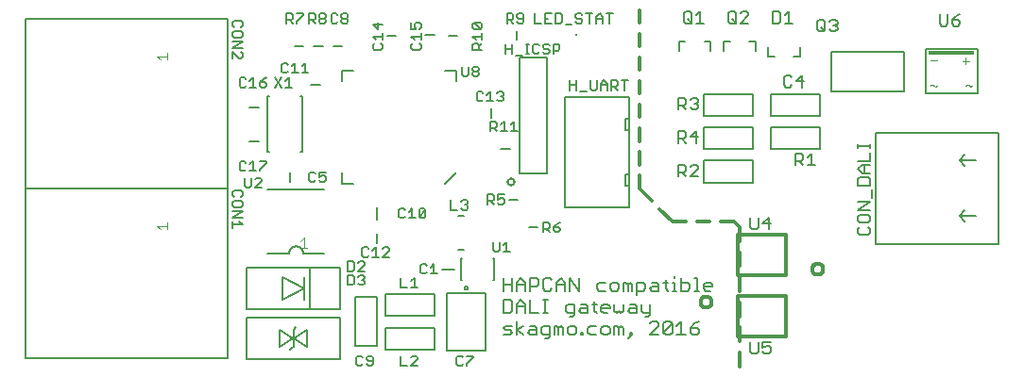
<source format=gto>
G75*
%MOIN*%
%OFA0B0*%
%FSLAX25Y25*%
%IPPOS*%
%LPD*%
%AMOC8*
5,1,8,0,0,1.08239X$1,22.5*
%
%ADD10C,0.00500*%
%ADD11C,0.01181*%
%ADD12C,0.00800*%
%ADD13C,0.00300*%
%ADD14C,0.00600*%
%ADD15C,0.00400*%
%ADD16R,0.16142X0.01181*%
%ADD17R,0.00787X0.00787*%
%ADD18C,0.00787*%
D10*
X0090917Y0029618D02*
X0090917Y0035492D01*
X0090943Y0035492D02*
X0095817Y0032555D01*
X0090943Y0029618D01*
X0094880Y0028555D02*
X0095880Y0029555D01*
X0095943Y0029618D02*
X0095943Y0032555D01*
X0100817Y0029618D01*
X0100817Y0035492D01*
X0095943Y0032555D01*
X0095943Y0035492D01*
X0095980Y0035555D02*
X0096880Y0036555D01*
X0118095Y0025829D02*
X0118668Y0026403D01*
X0119815Y0026403D01*
X0120388Y0025829D01*
X0121720Y0025829D02*
X0122293Y0026403D01*
X0123440Y0026403D01*
X0124013Y0025829D01*
X0124013Y0023536D01*
X0123440Y0022963D01*
X0122293Y0022963D01*
X0121720Y0023536D01*
X0122293Y0024683D02*
X0124013Y0024683D01*
X0122293Y0024683D02*
X0121720Y0025256D01*
X0121720Y0025829D01*
X0120388Y0023536D02*
X0119815Y0022963D01*
X0118668Y0022963D01*
X0118095Y0023536D01*
X0118095Y0025829D01*
X0133843Y0026403D02*
X0133843Y0022963D01*
X0136136Y0022963D01*
X0137468Y0022963D02*
X0139761Y0025256D01*
X0139761Y0025829D01*
X0139188Y0026403D01*
X0138041Y0026403D01*
X0137468Y0025829D01*
X0137468Y0022963D02*
X0139761Y0022963D01*
X0153528Y0023536D02*
X0154101Y0022963D01*
X0155248Y0022963D01*
X0155821Y0023536D01*
X0157153Y0023536D02*
X0157153Y0022963D01*
X0157153Y0023536D02*
X0159446Y0025829D01*
X0159446Y0026403D01*
X0157153Y0026403D01*
X0155821Y0025829D02*
X0155248Y0026403D01*
X0154101Y0026403D01*
X0153528Y0025829D01*
X0153528Y0023536D01*
X0169948Y0033986D02*
X0172259Y0033986D01*
X0173030Y0034757D01*
X0172259Y0035527D01*
X0170719Y0035527D01*
X0169948Y0036297D01*
X0170719Y0037068D01*
X0173030Y0037068D01*
X0174661Y0038608D02*
X0174661Y0033986D01*
X0174661Y0035527D02*
X0176972Y0033986D01*
X0178588Y0034757D02*
X0179359Y0035527D01*
X0181670Y0035527D01*
X0181670Y0036297D02*
X0181670Y0033986D01*
X0179359Y0033986D01*
X0178588Y0034757D01*
X0176972Y0037068D02*
X0174661Y0035527D01*
X0179359Y0037068D02*
X0180899Y0037068D01*
X0181670Y0036297D01*
X0183301Y0036297D02*
X0183301Y0034757D01*
X0184071Y0033986D01*
X0186382Y0033986D01*
X0186382Y0033216D02*
X0186382Y0037068D01*
X0184071Y0037068D01*
X0183301Y0036297D01*
X0188014Y0037068D02*
X0188014Y0033986D01*
X0189554Y0033986D02*
X0189554Y0036297D01*
X0190325Y0037068D01*
X0191095Y0036297D01*
X0191095Y0033986D01*
X0192726Y0034757D02*
X0193497Y0033986D01*
X0195037Y0033986D01*
X0195808Y0034757D01*
X0195808Y0036297D01*
X0195037Y0037068D01*
X0193497Y0037068D01*
X0192726Y0036297D01*
X0192726Y0034757D01*
X0189554Y0036297D02*
X0188784Y0037068D01*
X0188014Y0037068D01*
X0193482Y0040123D02*
X0194252Y0040123D01*
X0195022Y0040893D01*
X0195022Y0044745D01*
X0192711Y0044745D01*
X0191941Y0043974D01*
X0191941Y0042434D01*
X0192711Y0041663D01*
X0195022Y0041663D01*
X0196654Y0042434D02*
X0197424Y0043204D01*
X0199735Y0043204D01*
X0199735Y0043974D02*
X0199735Y0041663D01*
X0197424Y0041663D01*
X0196654Y0042434D01*
X0198965Y0044745D02*
X0199735Y0043974D01*
X0198965Y0044745D02*
X0197424Y0044745D01*
X0201366Y0044745D02*
X0202907Y0044745D01*
X0202137Y0045515D02*
X0202137Y0042434D01*
X0202907Y0041663D01*
X0204508Y0042434D02*
X0204508Y0043974D01*
X0205278Y0044745D01*
X0206819Y0044745D01*
X0207589Y0043974D01*
X0207589Y0043204D01*
X0204508Y0043204D01*
X0204508Y0042434D02*
X0205278Y0041663D01*
X0206819Y0041663D01*
X0209221Y0042434D02*
X0209991Y0041663D01*
X0210761Y0042434D01*
X0211532Y0041663D01*
X0212302Y0042434D01*
X0212302Y0044745D01*
X0214704Y0044745D02*
X0216244Y0044745D01*
X0217015Y0043974D01*
X0217015Y0041663D01*
X0214704Y0041663D01*
X0213933Y0042434D01*
X0214704Y0043204D01*
X0217015Y0043204D01*
X0218646Y0042434D02*
X0219416Y0041663D01*
X0221728Y0041663D01*
X0221728Y0040893D02*
X0220957Y0040123D01*
X0220187Y0040123D01*
X0221728Y0040893D02*
X0221728Y0044745D01*
X0218646Y0044745D02*
X0218646Y0042434D01*
X0222558Y0038608D02*
X0221788Y0037838D01*
X0222558Y0038608D02*
X0224099Y0038608D01*
X0224869Y0037838D01*
X0224869Y0037068D01*
X0221788Y0033986D01*
X0224869Y0033986D01*
X0226501Y0034757D02*
X0229582Y0037838D01*
X0229582Y0034757D01*
X0228812Y0033986D01*
X0227271Y0033986D01*
X0226501Y0034757D01*
X0226501Y0037838D01*
X0227271Y0038608D01*
X0228812Y0038608D01*
X0229582Y0037838D01*
X0231213Y0037068D02*
X0232754Y0038608D01*
X0232754Y0033986D01*
X0231213Y0033986D02*
X0234295Y0033986D01*
X0235926Y0034757D02*
X0235926Y0036297D01*
X0238237Y0036297D01*
X0239007Y0035527D01*
X0239007Y0034757D01*
X0238237Y0033986D01*
X0236696Y0033986D01*
X0235926Y0034757D01*
X0235926Y0036297D02*
X0237467Y0037838D01*
X0239007Y0038608D01*
X0239038Y0049341D02*
X0237497Y0049341D01*
X0238267Y0049341D02*
X0238267Y0053963D01*
X0237497Y0053963D01*
X0235866Y0051652D02*
X0235095Y0052422D01*
X0232784Y0052422D01*
X0232784Y0053963D02*
X0232784Y0049341D01*
X0235095Y0049341D01*
X0235866Y0050111D01*
X0235866Y0051652D01*
X0240639Y0051652D02*
X0240639Y0050111D01*
X0241409Y0049341D01*
X0242950Y0049341D01*
X0243720Y0050881D02*
X0240639Y0050881D01*
X0240639Y0051652D02*
X0241409Y0052422D01*
X0242950Y0052422D01*
X0243720Y0051652D01*
X0243720Y0050881D01*
X0231183Y0049341D02*
X0229642Y0049341D01*
X0230413Y0049341D02*
X0230413Y0052422D01*
X0229642Y0052422D01*
X0228041Y0052422D02*
X0226501Y0052422D01*
X0227271Y0053192D02*
X0227271Y0050111D01*
X0228041Y0049341D01*
X0224869Y0049341D02*
X0222558Y0049341D01*
X0221788Y0050111D01*
X0222558Y0050881D01*
X0224869Y0050881D01*
X0224869Y0051652D02*
X0224869Y0049341D01*
X0220157Y0050111D02*
X0219386Y0049341D01*
X0217075Y0049341D01*
X0217075Y0047800D02*
X0217075Y0052422D01*
X0219386Y0052422D01*
X0220157Y0051652D01*
X0220157Y0050111D01*
X0222558Y0052422D02*
X0224099Y0052422D01*
X0224869Y0051652D01*
X0230413Y0053963D02*
X0230413Y0054733D01*
X0215444Y0051652D02*
X0215444Y0049341D01*
X0213903Y0049341D02*
X0213903Y0051652D01*
X0214674Y0052422D01*
X0215444Y0051652D01*
X0213903Y0051652D02*
X0213133Y0052422D01*
X0212363Y0052422D01*
X0212363Y0049341D01*
X0210731Y0050111D02*
X0210731Y0051652D01*
X0209961Y0052422D01*
X0208420Y0052422D01*
X0207650Y0051652D01*
X0207650Y0050111D01*
X0208420Y0049341D01*
X0209961Y0049341D01*
X0210731Y0050111D01*
X0206019Y0049341D02*
X0203708Y0049341D01*
X0202937Y0050111D01*
X0202937Y0051652D01*
X0203708Y0052422D01*
X0206019Y0052422D01*
X0196593Y0053963D02*
X0196593Y0049341D01*
X0193512Y0053963D01*
X0193512Y0049341D01*
X0191881Y0049341D02*
X0191881Y0052422D01*
X0190340Y0053963D01*
X0188799Y0052422D01*
X0188799Y0049341D01*
X0187168Y0050111D02*
X0186398Y0049341D01*
X0184857Y0049341D01*
X0184086Y0050111D01*
X0184086Y0053192D01*
X0184857Y0053963D01*
X0186398Y0053963D01*
X0187168Y0053192D01*
X0188799Y0051652D02*
X0191881Y0051652D01*
X0182455Y0051652D02*
X0181685Y0050881D01*
X0179374Y0050881D01*
X0179374Y0049341D02*
X0179374Y0053963D01*
X0181685Y0053963D01*
X0182455Y0053192D01*
X0182455Y0051652D01*
X0177742Y0051652D02*
X0174661Y0051652D01*
X0174661Y0052422D02*
X0176202Y0053963D01*
X0177742Y0052422D01*
X0177742Y0049341D01*
X0174661Y0049341D02*
X0174661Y0052422D01*
X0173030Y0051652D02*
X0169948Y0051652D01*
X0169948Y0049341D02*
X0169948Y0053963D01*
X0173030Y0053963D02*
X0173030Y0049341D01*
X0172259Y0046285D02*
X0169948Y0046285D01*
X0169948Y0041663D01*
X0172259Y0041663D01*
X0173030Y0042434D01*
X0173030Y0045515D01*
X0172259Y0046285D01*
X0174661Y0044745D02*
X0176202Y0046285D01*
X0177742Y0044745D01*
X0177742Y0041663D01*
X0179374Y0041663D02*
X0182455Y0041663D01*
X0184086Y0041663D02*
X0185627Y0041663D01*
X0184857Y0041663D02*
X0184857Y0046285D01*
X0185627Y0046285D02*
X0184086Y0046285D01*
X0179374Y0046285D02*
X0179374Y0041663D01*
X0177742Y0043974D02*
X0174661Y0043974D01*
X0174661Y0044745D02*
X0174661Y0041663D01*
X0156346Y0050469D02*
X0156348Y0050516D01*
X0156354Y0050562D01*
X0156363Y0050608D01*
X0156377Y0050652D01*
X0156394Y0050696D01*
X0156415Y0050737D01*
X0156439Y0050777D01*
X0156466Y0050815D01*
X0156497Y0050850D01*
X0156530Y0050883D01*
X0156566Y0050913D01*
X0156605Y0050939D01*
X0156645Y0050963D01*
X0156687Y0050982D01*
X0156731Y0050999D01*
X0156776Y0051011D01*
X0156822Y0051020D01*
X0156868Y0051025D01*
X0156915Y0051026D01*
X0156961Y0051023D01*
X0157007Y0051016D01*
X0157053Y0051005D01*
X0157097Y0050991D01*
X0157140Y0050973D01*
X0157181Y0050951D01*
X0157221Y0050926D01*
X0157258Y0050898D01*
X0157293Y0050867D01*
X0157325Y0050833D01*
X0157354Y0050796D01*
X0157379Y0050758D01*
X0157402Y0050717D01*
X0157421Y0050674D01*
X0157436Y0050630D01*
X0157448Y0050585D01*
X0157456Y0050539D01*
X0157460Y0050492D01*
X0157460Y0050446D01*
X0157456Y0050399D01*
X0157448Y0050353D01*
X0157436Y0050308D01*
X0157421Y0050264D01*
X0157402Y0050221D01*
X0157379Y0050180D01*
X0157354Y0050142D01*
X0157325Y0050105D01*
X0157293Y0050071D01*
X0157258Y0050040D01*
X0157221Y0050012D01*
X0157182Y0049987D01*
X0157140Y0049965D01*
X0157097Y0049947D01*
X0157053Y0049933D01*
X0157007Y0049922D01*
X0156961Y0049915D01*
X0156915Y0049912D01*
X0156868Y0049913D01*
X0156822Y0049918D01*
X0156776Y0049927D01*
X0156731Y0049939D01*
X0156687Y0049956D01*
X0156645Y0049975D01*
X0156605Y0049999D01*
X0156566Y0050025D01*
X0156530Y0050055D01*
X0156497Y0050088D01*
X0156466Y0050123D01*
X0156439Y0050161D01*
X0156415Y0050201D01*
X0156394Y0050242D01*
X0156377Y0050286D01*
X0156363Y0050330D01*
X0156354Y0050376D01*
X0156348Y0050422D01*
X0156346Y0050469D01*
X0155328Y0053224D02*
X0154935Y0053224D01*
X0154935Y0061098D01*
X0155328Y0061098D01*
X0152572Y0057083D02*
X0148242Y0057083D01*
X0145505Y0055443D02*
X0145505Y0058883D01*
X0144358Y0057736D01*
X0143026Y0058310D02*
X0142453Y0058883D01*
X0141306Y0058883D01*
X0140733Y0058310D01*
X0140733Y0056016D01*
X0141306Y0055443D01*
X0142453Y0055443D01*
X0143026Y0056016D01*
X0144358Y0055443D02*
X0146651Y0055443D01*
X0138615Y0053962D02*
X0138615Y0050522D01*
X0139761Y0050522D02*
X0137468Y0050522D01*
X0136136Y0050522D02*
X0133843Y0050522D01*
X0133843Y0053962D01*
X0137468Y0052815D02*
X0138615Y0053962D01*
X0129763Y0061348D02*
X0127470Y0061348D01*
X0129763Y0063642D01*
X0129763Y0064215D01*
X0129190Y0064788D01*
X0128043Y0064788D01*
X0127470Y0064215D01*
X0124991Y0064788D02*
X0124991Y0061348D01*
X0123845Y0061348D02*
X0126138Y0061348D01*
X0122513Y0061922D02*
X0121939Y0061348D01*
X0120793Y0061348D01*
X0120219Y0061922D01*
X0120219Y0064215D01*
X0120793Y0064788D01*
X0121939Y0064788D01*
X0122513Y0064215D01*
X0123845Y0063642D02*
X0124991Y0064788D01*
X0125407Y0066413D02*
X0125407Y0069563D01*
X0125407Y0074681D02*
X0125407Y0079012D01*
X0133015Y0077995D02*
X0133015Y0075701D01*
X0133588Y0075128D01*
X0134735Y0075128D01*
X0135308Y0075701D01*
X0136640Y0075128D02*
X0138933Y0075128D01*
X0137786Y0075128D02*
X0137786Y0078568D01*
X0136640Y0077421D01*
X0135308Y0077995D02*
X0134735Y0078568D01*
X0133588Y0078568D01*
X0133015Y0077995D01*
X0140265Y0077995D02*
X0140265Y0075701D01*
X0142558Y0077995D01*
X0142558Y0075701D01*
X0141985Y0075128D01*
X0140838Y0075128D01*
X0140265Y0075701D01*
X0140265Y0077995D02*
X0140838Y0078568D01*
X0141985Y0078568D01*
X0142558Y0077995D01*
X0151560Y0078081D02*
X0153853Y0078081D01*
X0155185Y0078654D02*
X0155758Y0078081D01*
X0156905Y0078081D01*
X0157478Y0078654D01*
X0157478Y0079227D01*
X0156905Y0079801D01*
X0156331Y0079801D01*
X0156905Y0079801D02*
X0157478Y0080374D01*
X0157478Y0080947D01*
X0156905Y0081521D01*
X0155758Y0081521D01*
X0155185Y0080947D01*
X0151560Y0081521D02*
X0151560Y0078081D01*
X0164355Y0080049D02*
X0164355Y0083489D01*
X0166075Y0083489D01*
X0166648Y0082916D01*
X0166648Y0081769D01*
X0166075Y0081196D01*
X0164355Y0081196D01*
X0165501Y0081196D02*
X0166648Y0080049D01*
X0167980Y0080623D02*
X0168553Y0080049D01*
X0169700Y0080049D01*
X0170273Y0080623D01*
X0170273Y0081769D01*
X0169700Y0082343D01*
X0169127Y0082343D01*
X0167980Y0081769D01*
X0167980Y0083489D01*
X0170273Y0083489D01*
X0172061Y0081768D02*
X0175210Y0081768D01*
X0175880Y0091098D02*
X0175880Y0132043D01*
X0185328Y0132043D01*
X0185328Y0091098D01*
X0175880Y0091098D01*
X0172257Y0099484D02*
X0169108Y0099484D01*
X0169120Y0105837D02*
X0171413Y0105837D01*
X0170267Y0105837D02*
X0170267Y0109277D01*
X0169120Y0108130D01*
X0167788Y0108703D02*
X0167788Y0107557D01*
X0167215Y0106983D01*
X0165495Y0106983D01*
X0165495Y0105837D02*
X0165495Y0109277D01*
X0167215Y0109277D01*
X0167788Y0108703D01*
X0166642Y0106983D02*
X0167788Y0105837D01*
X0172745Y0105837D02*
X0175039Y0105837D01*
X0173892Y0105837D02*
X0173892Y0109277D01*
X0172745Y0108130D01*
X0165761Y0110705D02*
X0165761Y0113854D01*
X0165345Y0116467D02*
X0165345Y0119906D01*
X0164199Y0118760D01*
X0162867Y0119333D02*
X0162294Y0119906D01*
X0161147Y0119906D01*
X0160574Y0119333D01*
X0160574Y0117040D01*
X0161147Y0116467D01*
X0162294Y0116467D01*
X0162867Y0117040D01*
X0164199Y0116467D02*
X0166492Y0116467D01*
X0167824Y0117040D02*
X0168397Y0116467D01*
X0169544Y0116467D01*
X0170117Y0117040D01*
X0170117Y0117613D01*
X0169544Y0118187D01*
X0168971Y0118187D01*
X0169544Y0118187D02*
X0170117Y0118760D01*
X0170117Y0119333D01*
X0169544Y0119906D01*
X0168397Y0119906D01*
X0167824Y0119333D01*
X0161415Y0125898D02*
X0160842Y0125325D01*
X0159695Y0125325D01*
X0159122Y0125898D01*
X0159122Y0126471D01*
X0159695Y0127045D01*
X0160842Y0127045D01*
X0161415Y0126471D01*
X0161415Y0125898D01*
X0160842Y0127045D02*
X0161415Y0127618D01*
X0161415Y0128191D01*
X0160842Y0128765D01*
X0159695Y0128765D01*
X0159122Y0128191D01*
X0159122Y0127618D01*
X0159695Y0127045D01*
X0157790Y0125898D02*
X0157790Y0128765D01*
X0155497Y0128765D02*
X0155497Y0125898D01*
X0156070Y0125325D01*
X0157216Y0125325D01*
X0157790Y0125898D01*
X0170657Y0133278D02*
X0170657Y0136717D01*
X0170657Y0134998D02*
X0172950Y0134998D01*
X0172950Y0136717D02*
X0172950Y0133278D01*
X0174282Y0132704D02*
X0176576Y0132704D01*
X0177907Y0133278D02*
X0179054Y0133278D01*
X0178481Y0133278D02*
X0178481Y0136717D01*
X0179054Y0136717D02*
X0177907Y0136717D01*
X0180324Y0136144D02*
X0180324Y0133851D01*
X0180897Y0133278D01*
X0182044Y0133278D01*
X0182617Y0133851D01*
X0183949Y0133851D02*
X0184523Y0133278D01*
X0185669Y0133278D01*
X0186243Y0133851D01*
X0186243Y0134424D01*
X0185669Y0134998D01*
X0184523Y0134998D01*
X0183949Y0135571D01*
X0183949Y0136144D01*
X0184523Y0136717D01*
X0185669Y0136717D01*
X0186243Y0136144D01*
X0187574Y0136717D02*
X0189294Y0136717D01*
X0189868Y0136144D01*
X0189868Y0134998D01*
X0189294Y0134424D01*
X0187574Y0134424D01*
X0187574Y0133278D02*
X0187574Y0136717D01*
X0182617Y0136144D02*
X0182044Y0136717D01*
X0180897Y0136717D01*
X0180324Y0136144D01*
X0174620Y0138264D02*
X0174620Y0141413D01*
X0175443Y0144026D02*
X0176590Y0144026D01*
X0177163Y0144599D01*
X0177163Y0146892D01*
X0176590Y0147466D01*
X0175443Y0147466D01*
X0174870Y0146892D01*
X0174870Y0146319D01*
X0175443Y0145746D01*
X0177163Y0145746D01*
X0175443Y0144026D02*
X0174870Y0144599D01*
X0173538Y0144026D02*
X0172391Y0145172D01*
X0172965Y0145172D02*
X0171245Y0145172D01*
X0171245Y0144026D02*
X0171245Y0147466D01*
X0172965Y0147466D01*
X0173538Y0146892D01*
X0173538Y0145746D01*
X0172965Y0145172D01*
X0181038Y0144026D02*
X0183332Y0144026D01*
X0184664Y0144026D02*
X0186957Y0144026D01*
X0188289Y0144026D02*
X0190009Y0144026D01*
X0190582Y0144599D01*
X0190582Y0146892D01*
X0190009Y0147466D01*
X0188289Y0147466D01*
X0188289Y0144026D01*
X0185810Y0145746D02*
X0184664Y0145746D01*
X0184664Y0147466D02*
X0184664Y0144026D01*
X0181038Y0144026D02*
X0181038Y0147466D01*
X0184664Y0147466D02*
X0186957Y0147466D01*
X0191914Y0143452D02*
X0194207Y0143452D01*
X0195539Y0144599D02*
X0196112Y0144026D01*
X0197259Y0144026D01*
X0197832Y0144599D01*
X0197832Y0145172D01*
X0197259Y0145746D01*
X0196112Y0145746D01*
X0195539Y0146319D01*
X0195539Y0146892D01*
X0196112Y0147466D01*
X0197259Y0147466D01*
X0197832Y0146892D01*
X0199164Y0147466D02*
X0201457Y0147466D01*
X0200311Y0147466D02*
X0200311Y0144026D01*
X0202789Y0144026D02*
X0202789Y0146319D01*
X0203936Y0147466D01*
X0205083Y0146319D01*
X0205083Y0144026D01*
X0205083Y0145746D02*
X0202789Y0145746D01*
X0206414Y0147466D02*
X0208708Y0147466D01*
X0207561Y0147466D02*
X0207561Y0144026D01*
X0162559Y0143621D02*
X0162559Y0142474D01*
X0161985Y0141901D01*
X0159692Y0144194D01*
X0161985Y0144194D01*
X0162559Y0143621D01*
X0161985Y0141901D02*
X0159692Y0141901D01*
X0159119Y0142474D01*
X0159119Y0143621D01*
X0159692Y0144194D01*
X0162559Y0140569D02*
X0162559Y0138276D01*
X0162559Y0139423D02*
X0159119Y0139423D01*
X0160265Y0138276D01*
X0159692Y0136944D02*
X0160839Y0136944D01*
X0161412Y0136371D01*
X0161412Y0134651D01*
X0161412Y0135798D02*
X0162559Y0136944D01*
X0162559Y0134651D02*
X0159119Y0134651D01*
X0159119Y0136371D01*
X0159692Y0136944D01*
X0153832Y0139760D02*
X0150683Y0139760D01*
X0145683Y0139839D02*
X0142533Y0139839D01*
X0140905Y0139423D02*
X0137465Y0139423D01*
X0138612Y0138276D01*
X0138038Y0136944D02*
X0137465Y0136371D01*
X0137465Y0135224D01*
X0138038Y0134651D01*
X0140332Y0134651D01*
X0140905Y0135224D01*
X0140905Y0136371D01*
X0140332Y0136944D01*
X0140905Y0138276D02*
X0140905Y0140569D01*
X0140332Y0141901D02*
X0140905Y0142474D01*
X0140905Y0143621D01*
X0140332Y0144194D01*
X0139185Y0144194D01*
X0138612Y0143621D01*
X0138612Y0143048D01*
X0139185Y0141901D01*
X0137465Y0141901D01*
X0137465Y0144194D01*
X0132179Y0139760D02*
X0129029Y0139760D01*
X0127401Y0139344D02*
X0123961Y0139344D01*
X0125108Y0138197D01*
X0124535Y0136865D02*
X0123961Y0136292D01*
X0123961Y0135145D01*
X0124535Y0134572D01*
X0126828Y0134572D01*
X0127401Y0135145D01*
X0127401Y0136292D01*
X0126828Y0136865D01*
X0127401Y0138197D02*
X0127401Y0140491D01*
X0125681Y0141822D02*
X0125681Y0144116D01*
X0127401Y0143542D02*
X0123961Y0143542D01*
X0125681Y0141822D01*
X0115155Y0144599D02*
X0115155Y0145172D01*
X0114582Y0145746D01*
X0113435Y0145746D01*
X0112862Y0146319D01*
X0112862Y0146892D01*
X0113435Y0147466D01*
X0114582Y0147466D01*
X0115155Y0146892D01*
X0115155Y0146319D01*
X0114582Y0145746D01*
X0113435Y0145746D02*
X0112862Y0145172D01*
X0112862Y0144599D01*
X0113435Y0144026D01*
X0114582Y0144026D01*
X0115155Y0144599D01*
X0111530Y0144599D02*
X0110957Y0144026D01*
X0109810Y0144026D01*
X0109237Y0144599D01*
X0109237Y0146892D01*
X0109810Y0147466D01*
X0110957Y0147466D01*
X0111530Y0146892D01*
X0107281Y0146892D02*
X0107281Y0146319D01*
X0106708Y0145746D01*
X0105561Y0145746D01*
X0104988Y0146319D01*
X0104988Y0146892D01*
X0105561Y0147466D01*
X0106708Y0147466D01*
X0107281Y0146892D01*
X0106708Y0145746D02*
X0107281Y0145172D01*
X0107281Y0144599D01*
X0106708Y0144026D01*
X0105561Y0144026D01*
X0104988Y0144599D01*
X0104988Y0145172D01*
X0105561Y0145746D01*
X0103656Y0145746D02*
X0103083Y0145172D01*
X0101363Y0145172D01*
X0102509Y0145172D02*
X0103656Y0144026D01*
X0103656Y0145746D02*
X0103656Y0146892D01*
X0103083Y0147466D01*
X0101363Y0147466D01*
X0101363Y0144026D01*
X0099407Y0146892D02*
X0097114Y0144599D01*
X0097114Y0144026D01*
X0095782Y0144026D02*
X0094635Y0145172D01*
X0095209Y0145172D02*
X0093489Y0145172D01*
X0093489Y0144026D02*
X0093489Y0147466D01*
X0095209Y0147466D01*
X0095782Y0146892D01*
X0095782Y0145746D01*
X0095209Y0145172D01*
X0097114Y0147466D02*
X0099407Y0147466D01*
X0099407Y0146892D01*
X0077916Y0144297D02*
X0077916Y0143150D01*
X0077343Y0142577D01*
X0077343Y0141245D02*
X0075049Y0141245D01*
X0074476Y0140672D01*
X0074476Y0139525D01*
X0075049Y0138952D01*
X0077343Y0138952D01*
X0077916Y0139525D01*
X0077916Y0140672D01*
X0077343Y0141245D01*
X0075049Y0142577D02*
X0074476Y0143150D01*
X0074476Y0144297D01*
X0075049Y0144870D01*
X0077343Y0144870D01*
X0077916Y0144297D01*
X0077916Y0137620D02*
X0074476Y0137620D01*
X0074476Y0135327D02*
X0077916Y0137620D01*
X0077916Y0135327D02*
X0074476Y0135327D01*
X0074476Y0133995D02*
X0076769Y0131702D01*
X0077343Y0131702D01*
X0077916Y0132275D01*
X0077916Y0133422D01*
X0077343Y0133995D01*
X0074476Y0133995D02*
X0074476Y0131702D01*
X0077486Y0124828D02*
X0076912Y0124254D01*
X0076912Y0121961D01*
X0077486Y0121388D01*
X0078632Y0121388D01*
X0079206Y0121961D01*
X0080537Y0121388D02*
X0082831Y0121388D01*
X0081684Y0121388D02*
X0081684Y0124828D01*
X0080537Y0123681D01*
X0079206Y0124254D02*
X0078632Y0124828D01*
X0077486Y0124828D01*
X0084163Y0123108D02*
X0085883Y0123108D01*
X0086456Y0122534D01*
X0086456Y0121961D01*
X0085883Y0121388D01*
X0084736Y0121388D01*
X0084163Y0121961D01*
X0084163Y0123108D01*
X0085309Y0124254D01*
X0086456Y0124828D01*
X0089552Y0124828D02*
X0091845Y0121388D01*
X0093177Y0121388D02*
X0095470Y0121388D01*
X0094323Y0121388D02*
X0094323Y0124828D01*
X0093177Y0123681D01*
X0091845Y0124828D02*
X0089552Y0121388D01*
X0102179Y0122122D02*
X0105328Y0122122D01*
X0101220Y0126506D02*
X0098926Y0126506D01*
X0100073Y0126506D02*
X0100073Y0129946D01*
X0098926Y0128799D01*
X0097595Y0126506D02*
X0095301Y0126506D01*
X0096448Y0126506D02*
X0096448Y0129946D01*
X0095301Y0128799D01*
X0093969Y0129373D02*
X0093396Y0129946D01*
X0092249Y0129946D01*
X0091676Y0129373D01*
X0091676Y0127079D01*
X0092249Y0126506D01*
X0093396Y0126506D01*
X0093969Y0127079D01*
X0096273Y0135902D02*
X0099423Y0135902D01*
X0103163Y0135902D02*
X0106313Y0135902D01*
X0110053Y0135902D02*
X0113202Y0135902D01*
X0083675Y0114248D02*
X0080525Y0114248D01*
X0080525Y0102437D02*
X0083675Y0102437D01*
X0084163Y0095300D02*
X0086456Y0095300D01*
X0086456Y0094727D01*
X0084163Y0092434D01*
X0084163Y0091860D01*
X0082831Y0091860D02*
X0080537Y0091860D01*
X0081684Y0091860D02*
X0081684Y0095300D01*
X0080537Y0094154D01*
X0079206Y0094727D02*
X0078632Y0095300D01*
X0077486Y0095300D01*
X0076912Y0094727D01*
X0076912Y0092434D01*
X0077486Y0091860D01*
X0078632Y0091860D01*
X0079206Y0092434D01*
X0078725Y0089395D02*
X0078725Y0086528D01*
X0079298Y0085955D01*
X0080445Y0085955D01*
X0081018Y0086528D01*
X0081018Y0089395D01*
X0082350Y0088821D02*
X0082923Y0089395D01*
X0084070Y0089395D01*
X0084643Y0088821D01*
X0084643Y0088248D01*
X0082350Y0085955D01*
X0084643Y0085955D01*
X0077916Y0084258D02*
X0077916Y0083111D01*
X0077343Y0082538D01*
X0077343Y0081206D02*
X0075049Y0081206D01*
X0074476Y0080633D01*
X0074476Y0079486D01*
X0075049Y0078913D01*
X0077343Y0078913D01*
X0077916Y0079486D01*
X0077916Y0080633D01*
X0077343Y0081206D01*
X0075049Y0082538D02*
X0074476Y0083111D01*
X0074476Y0084258D01*
X0075049Y0084831D01*
X0077343Y0084831D01*
X0077916Y0084258D01*
X0077916Y0077581D02*
X0074476Y0077581D01*
X0074476Y0075287D02*
X0077916Y0077581D01*
X0077916Y0075287D02*
X0074476Y0075287D01*
X0074476Y0073956D02*
X0074476Y0071662D01*
X0074476Y0072809D02*
X0077916Y0072809D01*
X0076769Y0073956D01*
X0094895Y0088067D02*
X0094895Y0091217D01*
X0101363Y0090790D02*
X0101363Y0088497D01*
X0101936Y0087923D01*
X0103083Y0087923D01*
X0103656Y0088497D01*
X0104988Y0088497D02*
X0105561Y0087923D01*
X0106708Y0087923D01*
X0107281Y0088497D01*
X0107281Y0089643D01*
X0106708Y0090217D01*
X0106134Y0090217D01*
X0104988Y0089643D01*
X0104988Y0091363D01*
X0107281Y0091363D01*
X0103656Y0090790D02*
X0103083Y0091363D01*
X0101936Y0091363D01*
X0101363Y0090790D01*
X0166323Y0066757D02*
X0166323Y0063890D01*
X0166897Y0063317D01*
X0168043Y0063317D01*
X0168617Y0063890D01*
X0168617Y0066757D01*
X0169948Y0065610D02*
X0171095Y0066757D01*
X0171095Y0063317D01*
X0169948Y0063317D02*
X0172242Y0063317D01*
X0166746Y0061098D02*
X0166352Y0061098D01*
X0166746Y0061098D02*
X0166746Y0053224D01*
X0166352Y0053224D01*
X0199795Y0036297D02*
X0200566Y0037068D01*
X0202877Y0037068D01*
X0204508Y0036297D02*
X0204508Y0034757D01*
X0205278Y0033986D01*
X0206819Y0033986D01*
X0207589Y0034757D01*
X0207589Y0036297D01*
X0206819Y0037068D01*
X0205278Y0037068D01*
X0204508Y0036297D01*
X0202877Y0033986D02*
X0200566Y0033986D01*
X0199795Y0034757D01*
X0199795Y0036297D01*
X0198209Y0034757D02*
X0198209Y0033986D01*
X0197439Y0033986D01*
X0197439Y0034757D01*
X0198209Y0034757D01*
X0209221Y0033986D02*
X0209221Y0037068D01*
X0209991Y0037068D01*
X0210761Y0036297D01*
X0211532Y0037068D01*
X0212302Y0036297D01*
X0212302Y0033986D01*
X0210761Y0033986D02*
X0210761Y0036297D01*
X0214704Y0034757D02*
X0214704Y0033986D01*
X0215474Y0033986D01*
X0215474Y0034757D01*
X0214704Y0034757D01*
X0215474Y0033986D02*
X0213933Y0032446D01*
X0209221Y0042434D02*
X0209221Y0044745D01*
X0186382Y0033216D02*
X0185612Y0032446D01*
X0184842Y0032446D01*
X0121061Y0052079D02*
X0120487Y0051506D01*
X0119341Y0051506D01*
X0118767Y0052079D01*
X0117435Y0052079D02*
X0117435Y0054373D01*
X0116862Y0054946D01*
X0115142Y0054946D01*
X0115142Y0051506D01*
X0116862Y0051506D01*
X0117435Y0052079D01*
X0119914Y0053226D02*
X0120487Y0053226D01*
X0121061Y0052653D01*
X0121061Y0052079D01*
X0120487Y0053226D02*
X0121061Y0053799D01*
X0121061Y0054373D01*
X0120487Y0054946D01*
X0119341Y0054946D01*
X0118767Y0054373D01*
X0118767Y0056427D02*
X0121061Y0058720D01*
X0121061Y0059294D01*
X0120487Y0059867D01*
X0119341Y0059867D01*
X0118767Y0059294D01*
X0117435Y0059294D02*
X0116862Y0059867D01*
X0115142Y0059867D01*
X0115142Y0056427D01*
X0116862Y0056427D01*
X0117435Y0057000D01*
X0117435Y0059294D01*
X0118767Y0056427D02*
X0121061Y0056427D01*
X0099817Y0054209D02*
X0099817Y0050272D01*
X0091943Y0046335D01*
X0091943Y0054209D01*
X0099817Y0050272D01*
X0099817Y0046335D01*
X0178950Y0071925D02*
X0182100Y0071925D01*
X0184040Y0071353D02*
X0185760Y0071353D01*
X0186333Y0071927D01*
X0186333Y0073073D01*
X0185760Y0073647D01*
X0184040Y0073647D01*
X0184040Y0070207D01*
X0185186Y0071353D02*
X0186333Y0070207D01*
X0187665Y0070780D02*
X0188238Y0070207D01*
X0189385Y0070207D01*
X0189958Y0070780D01*
X0189958Y0071353D01*
X0189385Y0071927D01*
X0187665Y0071927D01*
X0187665Y0070780D01*
X0187665Y0071927D02*
X0188812Y0073073D01*
X0189958Y0073647D01*
X0197147Y0119830D02*
X0199440Y0119830D01*
X0200772Y0120977D02*
X0201345Y0120404D01*
X0202492Y0120404D01*
X0203065Y0120977D01*
X0203065Y0123843D01*
X0204397Y0122697D02*
X0205544Y0123843D01*
X0206691Y0122697D01*
X0206691Y0120404D01*
X0208022Y0120404D02*
X0208022Y0123843D01*
X0209742Y0123843D01*
X0210316Y0123270D01*
X0210316Y0122124D01*
X0209742Y0121550D01*
X0208022Y0121550D01*
X0209169Y0121550D02*
X0210316Y0120404D01*
X0212794Y0120404D02*
X0212794Y0123843D01*
X0211647Y0123843D02*
X0213941Y0123843D01*
X0206691Y0122124D02*
X0204397Y0122124D01*
X0204397Y0122697D02*
X0204397Y0120404D01*
X0200772Y0120977D02*
X0200772Y0123843D01*
X0195815Y0123843D02*
X0195815Y0120404D01*
X0195815Y0122124D02*
X0193522Y0122124D01*
X0193522Y0123843D02*
X0193522Y0120404D01*
D11*
X0217927Y0119169D02*
X0217927Y0123598D01*
X0217927Y0127535D02*
X0217927Y0131965D01*
X0217927Y0135902D02*
X0217927Y0140331D01*
X0217927Y0144268D02*
X0217927Y0148697D01*
X0217927Y0115232D02*
X0217927Y0110803D01*
X0217927Y0106866D02*
X0217927Y0102437D01*
X0217927Y0098500D02*
X0217927Y0094071D01*
X0217927Y0090134D02*
X0217927Y0085705D01*
X0222440Y0081191D01*
X0225224Y0078407D02*
X0229738Y0073894D01*
X0234331Y0073894D01*
X0238268Y0073894D02*
X0242861Y0073894D01*
X0246798Y0073894D02*
X0251391Y0073894D01*
X0253360Y0071925D01*
X0253360Y0067004D01*
X0252572Y0069169D02*
X0269895Y0069169D01*
X0269895Y0054996D01*
X0252572Y0054996D01*
X0252572Y0069169D01*
X0253360Y0063067D02*
X0253360Y0058146D01*
X0253360Y0054209D02*
X0253360Y0049287D01*
X0252572Y0047516D02*
X0269895Y0047516D01*
X0269895Y0033343D01*
X0252572Y0033343D01*
X0252572Y0047516D01*
X0253360Y0045350D02*
X0253360Y0040429D01*
X0253360Y0036492D02*
X0253360Y0031571D01*
X0253360Y0027634D02*
X0253360Y0022713D01*
X0239580Y0045429D02*
X0239582Y0045517D01*
X0239588Y0045605D01*
X0239598Y0045693D01*
X0239612Y0045781D01*
X0239629Y0045867D01*
X0239651Y0045953D01*
X0239676Y0046037D01*
X0239706Y0046121D01*
X0239738Y0046203D01*
X0239775Y0046283D01*
X0239815Y0046362D01*
X0239859Y0046439D01*
X0239906Y0046514D01*
X0239956Y0046586D01*
X0240010Y0046657D01*
X0240066Y0046724D01*
X0240126Y0046790D01*
X0240188Y0046852D01*
X0240254Y0046912D01*
X0240321Y0046968D01*
X0240392Y0047022D01*
X0240464Y0047072D01*
X0240539Y0047119D01*
X0240616Y0047163D01*
X0240695Y0047203D01*
X0240775Y0047240D01*
X0240857Y0047272D01*
X0240941Y0047302D01*
X0241025Y0047327D01*
X0241111Y0047349D01*
X0241197Y0047366D01*
X0241285Y0047380D01*
X0241373Y0047390D01*
X0241461Y0047396D01*
X0241549Y0047398D01*
X0241637Y0047396D01*
X0241725Y0047390D01*
X0241813Y0047380D01*
X0241901Y0047366D01*
X0241987Y0047349D01*
X0242073Y0047327D01*
X0242157Y0047302D01*
X0242241Y0047272D01*
X0242323Y0047240D01*
X0242403Y0047203D01*
X0242482Y0047163D01*
X0242559Y0047119D01*
X0242634Y0047072D01*
X0242706Y0047022D01*
X0242777Y0046968D01*
X0242844Y0046912D01*
X0242910Y0046852D01*
X0242972Y0046790D01*
X0243032Y0046724D01*
X0243088Y0046657D01*
X0243142Y0046586D01*
X0243192Y0046514D01*
X0243239Y0046439D01*
X0243283Y0046362D01*
X0243323Y0046283D01*
X0243360Y0046203D01*
X0243392Y0046121D01*
X0243422Y0046037D01*
X0243447Y0045953D01*
X0243469Y0045867D01*
X0243486Y0045781D01*
X0243500Y0045693D01*
X0243510Y0045605D01*
X0243516Y0045517D01*
X0243518Y0045429D01*
X0243516Y0045341D01*
X0243510Y0045253D01*
X0243500Y0045165D01*
X0243486Y0045077D01*
X0243469Y0044991D01*
X0243447Y0044905D01*
X0243422Y0044821D01*
X0243392Y0044737D01*
X0243360Y0044655D01*
X0243323Y0044575D01*
X0243283Y0044496D01*
X0243239Y0044419D01*
X0243192Y0044344D01*
X0243142Y0044272D01*
X0243088Y0044201D01*
X0243032Y0044134D01*
X0242972Y0044068D01*
X0242910Y0044006D01*
X0242844Y0043946D01*
X0242777Y0043890D01*
X0242706Y0043836D01*
X0242634Y0043786D01*
X0242559Y0043739D01*
X0242482Y0043695D01*
X0242403Y0043655D01*
X0242323Y0043618D01*
X0242241Y0043586D01*
X0242157Y0043556D01*
X0242073Y0043531D01*
X0241987Y0043509D01*
X0241901Y0043492D01*
X0241813Y0043478D01*
X0241725Y0043468D01*
X0241637Y0043462D01*
X0241549Y0043460D01*
X0241461Y0043462D01*
X0241373Y0043468D01*
X0241285Y0043478D01*
X0241197Y0043492D01*
X0241111Y0043509D01*
X0241025Y0043531D01*
X0240941Y0043556D01*
X0240857Y0043586D01*
X0240775Y0043618D01*
X0240695Y0043655D01*
X0240616Y0043695D01*
X0240539Y0043739D01*
X0240464Y0043786D01*
X0240392Y0043836D01*
X0240321Y0043890D01*
X0240254Y0043946D01*
X0240188Y0044006D01*
X0240126Y0044068D01*
X0240066Y0044134D01*
X0240010Y0044201D01*
X0239956Y0044272D01*
X0239906Y0044344D01*
X0239859Y0044419D01*
X0239815Y0044496D01*
X0239775Y0044575D01*
X0239738Y0044655D01*
X0239706Y0044737D01*
X0239676Y0044821D01*
X0239651Y0044905D01*
X0239629Y0044991D01*
X0239612Y0045077D01*
X0239598Y0045165D01*
X0239588Y0045253D01*
X0239582Y0045341D01*
X0239580Y0045429D01*
X0278950Y0057083D02*
X0278952Y0057171D01*
X0278958Y0057259D01*
X0278968Y0057347D01*
X0278982Y0057435D01*
X0278999Y0057521D01*
X0279021Y0057607D01*
X0279046Y0057691D01*
X0279076Y0057775D01*
X0279108Y0057857D01*
X0279145Y0057937D01*
X0279185Y0058016D01*
X0279229Y0058093D01*
X0279276Y0058168D01*
X0279326Y0058240D01*
X0279380Y0058311D01*
X0279436Y0058378D01*
X0279496Y0058444D01*
X0279558Y0058506D01*
X0279624Y0058566D01*
X0279691Y0058622D01*
X0279762Y0058676D01*
X0279834Y0058726D01*
X0279909Y0058773D01*
X0279986Y0058817D01*
X0280065Y0058857D01*
X0280145Y0058894D01*
X0280227Y0058926D01*
X0280311Y0058956D01*
X0280395Y0058981D01*
X0280481Y0059003D01*
X0280567Y0059020D01*
X0280655Y0059034D01*
X0280743Y0059044D01*
X0280831Y0059050D01*
X0280919Y0059052D01*
X0281007Y0059050D01*
X0281095Y0059044D01*
X0281183Y0059034D01*
X0281271Y0059020D01*
X0281357Y0059003D01*
X0281443Y0058981D01*
X0281527Y0058956D01*
X0281611Y0058926D01*
X0281693Y0058894D01*
X0281773Y0058857D01*
X0281852Y0058817D01*
X0281929Y0058773D01*
X0282004Y0058726D01*
X0282076Y0058676D01*
X0282147Y0058622D01*
X0282214Y0058566D01*
X0282280Y0058506D01*
X0282342Y0058444D01*
X0282402Y0058378D01*
X0282458Y0058311D01*
X0282512Y0058240D01*
X0282562Y0058168D01*
X0282609Y0058093D01*
X0282653Y0058016D01*
X0282693Y0057937D01*
X0282730Y0057857D01*
X0282762Y0057775D01*
X0282792Y0057691D01*
X0282817Y0057607D01*
X0282839Y0057521D01*
X0282856Y0057435D01*
X0282870Y0057347D01*
X0282880Y0057259D01*
X0282886Y0057171D01*
X0282888Y0057083D01*
X0282886Y0056995D01*
X0282880Y0056907D01*
X0282870Y0056819D01*
X0282856Y0056731D01*
X0282839Y0056645D01*
X0282817Y0056559D01*
X0282792Y0056475D01*
X0282762Y0056391D01*
X0282730Y0056309D01*
X0282693Y0056229D01*
X0282653Y0056150D01*
X0282609Y0056073D01*
X0282562Y0055998D01*
X0282512Y0055926D01*
X0282458Y0055855D01*
X0282402Y0055788D01*
X0282342Y0055722D01*
X0282280Y0055660D01*
X0282214Y0055600D01*
X0282147Y0055544D01*
X0282076Y0055490D01*
X0282004Y0055440D01*
X0281929Y0055393D01*
X0281852Y0055349D01*
X0281773Y0055309D01*
X0281693Y0055272D01*
X0281611Y0055240D01*
X0281527Y0055210D01*
X0281443Y0055185D01*
X0281357Y0055163D01*
X0281271Y0055146D01*
X0281183Y0055132D01*
X0281095Y0055122D01*
X0281007Y0055116D01*
X0280919Y0055114D01*
X0280831Y0055116D01*
X0280743Y0055122D01*
X0280655Y0055132D01*
X0280567Y0055146D01*
X0280481Y0055163D01*
X0280395Y0055185D01*
X0280311Y0055210D01*
X0280227Y0055240D01*
X0280145Y0055272D01*
X0280065Y0055309D01*
X0279986Y0055349D01*
X0279909Y0055393D01*
X0279834Y0055440D01*
X0279762Y0055490D01*
X0279691Y0055544D01*
X0279624Y0055600D01*
X0279558Y0055660D01*
X0279496Y0055722D01*
X0279436Y0055788D01*
X0279380Y0055855D01*
X0279326Y0055926D01*
X0279276Y0055998D01*
X0279229Y0056073D01*
X0279185Y0056150D01*
X0279145Y0056229D01*
X0279108Y0056309D01*
X0279076Y0056391D01*
X0279046Y0056475D01*
X0279021Y0056559D01*
X0278999Y0056645D01*
X0278982Y0056731D01*
X0278968Y0056819D01*
X0278958Y0056907D01*
X0278952Y0056995D01*
X0278950Y0057083D01*
D12*
X0001400Y0085705D02*
X0001400Y0025705D01*
X0072700Y0025705D01*
X0072700Y0085705D01*
X0072700Y0145705D01*
X0001400Y0145705D01*
X0001400Y0085705D01*
X0072700Y0085705D01*
X0001400Y0085705D01*
X0079474Y0057555D02*
X0112285Y0057555D01*
X0112285Y0042988D01*
X0079474Y0042988D01*
X0079474Y0057555D01*
X0086864Y0062644D02*
X0094364Y0062644D01*
X0094366Y0062742D01*
X0094372Y0062840D01*
X0094381Y0062938D01*
X0094395Y0063035D01*
X0094412Y0063132D01*
X0094433Y0063228D01*
X0094458Y0063323D01*
X0094486Y0063417D01*
X0094519Y0063509D01*
X0094554Y0063601D01*
X0094594Y0063691D01*
X0094636Y0063779D01*
X0094683Y0063866D01*
X0094732Y0063950D01*
X0094785Y0064033D01*
X0094841Y0064113D01*
X0094901Y0064192D01*
X0094963Y0064268D01*
X0095028Y0064341D01*
X0095096Y0064412D01*
X0095167Y0064480D01*
X0095240Y0064545D01*
X0095316Y0064607D01*
X0095395Y0064667D01*
X0095475Y0064723D01*
X0095558Y0064776D01*
X0095642Y0064825D01*
X0095729Y0064872D01*
X0095817Y0064914D01*
X0095907Y0064954D01*
X0095999Y0064989D01*
X0096091Y0065022D01*
X0096185Y0065050D01*
X0096280Y0065075D01*
X0096376Y0065096D01*
X0096473Y0065113D01*
X0096570Y0065127D01*
X0096668Y0065136D01*
X0096766Y0065142D01*
X0096864Y0065144D01*
X0096962Y0065142D01*
X0097060Y0065136D01*
X0097158Y0065127D01*
X0097255Y0065113D01*
X0097352Y0065096D01*
X0097448Y0065075D01*
X0097543Y0065050D01*
X0097637Y0065022D01*
X0097729Y0064989D01*
X0097821Y0064954D01*
X0097911Y0064914D01*
X0097999Y0064872D01*
X0098086Y0064825D01*
X0098170Y0064776D01*
X0098253Y0064723D01*
X0098333Y0064667D01*
X0098412Y0064607D01*
X0098488Y0064545D01*
X0098561Y0064480D01*
X0098632Y0064412D01*
X0098700Y0064341D01*
X0098765Y0064268D01*
X0098827Y0064192D01*
X0098887Y0064113D01*
X0098943Y0064033D01*
X0098996Y0063950D01*
X0099045Y0063866D01*
X0099092Y0063779D01*
X0099134Y0063691D01*
X0099174Y0063601D01*
X0099209Y0063509D01*
X0099242Y0063417D01*
X0099270Y0063323D01*
X0099295Y0063228D01*
X0099316Y0063132D01*
X0099333Y0063035D01*
X0099347Y0062938D01*
X0099356Y0062840D01*
X0099362Y0062742D01*
X0099364Y0062644D01*
X0106864Y0062644D01*
X0101679Y0057358D02*
X0101679Y0043185D01*
X0112285Y0039839D02*
X0079474Y0039839D01*
X0079474Y0025272D01*
X0112285Y0025272D01*
X0112285Y0039839D01*
X0128557Y0040496D02*
X0128557Y0048236D01*
X0145880Y0048236D01*
X0145880Y0040496D01*
X0128557Y0040496D01*
X0128557Y0036425D02*
X0145880Y0036425D01*
X0145880Y0028685D01*
X0128557Y0028685D01*
X0128557Y0036425D01*
X0125340Y0029799D02*
X0117600Y0029799D01*
X0117600Y0047122D01*
X0125340Y0047122D01*
X0125340Y0029799D01*
X0150171Y0028331D02*
X0163635Y0028331D01*
X0163635Y0048591D01*
X0150171Y0048591D01*
X0150171Y0028331D01*
X0106864Y0085144D02*
X0086864Y0085144D01*
X0113202Y0087280D02*
X0113202Y0091217D01*
X0113202Y0087280D02*
X0117139Y0087280D01*
X0149423Y0087280D02*
X0153360Y0091217D01*
X0153360Y0123500D02*
X0153360Y0127437D01*
X0149423Y0127437D01*
X0117139Y0127437D02*
X0113202Y0127437D01*
X0113202Y0123500D01*
X0240761Y0119102D02*
X0240761Y0111362D01*
X0258084Y0111362D01*
X0258084Y0119102D01*
X0240761Y0119102D01*
X0264383Y0119102D02*
X0264383Y0111362D01*
X0281706Y0111362D01*
X0281706Y0119102D01*
X0264383Y0119102D01*
X0285734Y0120043D02*
X0285734Y0134043D01*
X0311537Y0134043D01*
X0311537Y0120043D01*
X0285734Y0120043D01*
X0281706Y0107291D02*
X0264383Y0107291D01*
X0264383Y0099551D01*
X0281706Y0099551D01*
X0281706Y0107291D01*
X0301391Y0105390D02*
X0344698Y0105390D01*
X0344698Y0066020D01*
X0301391Y0066020D01*
X0301391Y0105390D01*
X0330919Y0095547D02*
X0332887Y0093579D01*
X0330919Y0095547D02*
X0332887Y0097516D01*
X0330919Y0095547D02*
X0336824Y0095547D01*
X0332887Y0077831D02*
X0330919Y0075862D01*
X0332887Y0073894D01*
X0330919Y0075862D02*
X0336824Y0075862D01*
X0258084Y0087740D02*
X0240761Y0087740D01*
X0240761Y0095480D01*
X0258084Y0095480D01*
X0258084Y0087740D01*
X0258084Y0099551D02*
X0240761Y0099551D01*
X0240761Y0107291D01*
X0258084Y0107291D01*
X0258084Y0099551D01*
X0318911Y0119169D02*
X0318911Y0134917D01*
X0337415Y0134917D01*
X0337415Y0119169D01*
X0318911Y0119169D01*
D13*
X0100815Y0064622D02*
X0098389Y0064622D01*
X0099602Y0064622D02*
X0099602Y0068263D01*
X0098389Y0067049D01*
X0051450Y0071172D02*
X0051450Y0073640D01*
X0051450Y0072406D02*
X0047747Y0072406D01*
X0048981Y0071172D01*
X0048981Y0131172D02*
X0047747Y0132406D01*
X0051450Y0132406D01*
X0051450Y0131172D02*
X0051450Y0133640D01*
D14*
X0232012Y0134317D02*
X0232012Y0137517D01*
X0234212Y0137517D01*
X0241012Y0137517D02*
X0243212Y0137517D01*
X0243212Y0134317D01*
X0247760Y0134317D02*
X0247760Y0137517D01*
X0249960Y0137517D01*
X0256760Y0137517D02*
X0258960Y0137517D01*
X0258960Y0134317D01*
X0263508Y0135517D02*
X0263508Y0132317D01*
X0265708Y0132317D01*
X0272508Y0132317D02*
X0274708Y0132317D01*
X0274708Y0135517D01*
X0280806Y0141811D02*
X0281494Y0141123D01*
X0282870Y0141123D01*
X0283558Y0141811D01*
X0283558Y0144563D01*
X0282870Y0145251D01*
X0281494Y0145251D01*
X0280806Y0144563D01*
X0280806Y0141811D01*
X0282182Y0142499D02*
X0283558Y0141123D01*
X0285156Y0141811D02*
X0285844Y0141123D01*
X0287220Y0141123D01*
X0287908Y0141811D01*
X0287908Y0142499D01*
X0287220Y0143187D01*
X0286532Y0143187D01*
X0287220Y0143187D02*
X0287908Y0143875D01*
X0287908Y0144563D01*
X0287220Y0145251D01*
X0285844Y0145251D01*
X0285156Y0144563D01*
X0272160Y0144076D02*
X0269408Y0144076D01*
X0270784Y0144076D02*
X0270784Y0148204D01*
X0269408Y0146828D01*
X0267810Y0147516D02*
X0267122Y0148204D01*
X0265058Y0148204D01*
X0265058Y0144076D01*
X0267122Y0144076D01*
X0267810Y0144764D01*
X0267810Y0147516D01*
X0256412Y0147516D02*
X0255724Y0148204D01*
X0254348Y0148204D01*
X0253660Y0147516D01*
X0252062Y0147516D02*
X0252062Y0144764D01*
X0251374Y0144076D01*
X0249998Y0144076D01*
X0249310Y0144764D01*
X0249310Y0147516D01*
X0249998Y0148204D01*
X0251374Y0148204D01*
X0252062Y0147516D01*
X0250686Y0145452D02*
X0252062Y0144076D01*
X0253660Y0144076D02*
X0256412Y0146828D01*
X0256412Y0147516D01*
X0256412Y0144076D02*
X0253660Y0144076D01*
X0240664Y0144076D02*
X0237912Y0144076D01*
X0239288Y0144076D02*
X0239288Y0148204D01*
X0237912Y0146828D01*
X0236314Y0147516D02*
X0236314Y0144764D01*
X0235626Y0144076D01*
X0234250Y0144076D01*
X0233562Y0144764D01*
X0233562Y0147516D01*
X0234250Y0148204D01*
X0235626Y0148204D01*
X0236314Y0147516D01*
X0234938Y0145452D02*
X0236314Y0144076D01*
X0268995Y0124878D02*
X0269683Y0125566D01*
X0271059Y0125566D01*
X0271747Y0124878D01*
X0273345Y0123502D02*
X0275409Y0125566D01*
X0275409Y0121438D01*
X0271747Y0122126D02*
X0271059Y0121438D01*
X0269683Y0121438D01*
X0268995Y0122126D01*
X0268995Y0124878D01*
X0273345Y0123502D02*
X0276097Y0123502D01*
X0238695Y0117004D02*
X0238695Y0116316D01*
X0238007Y0115628D01*
X0238695Y0114940D01*
X0238695Y0114252D01*
X0238007Y0113564D01*
X0236631Y0113564D01*
X0235943Y0114252D01*
X0234345Y0113564D02*
X0232969Y0114940D01*
X0233657Y0114940D02*
X0231593Y0114940D01*
X0231593Y0113564D02*
X0231593Y0117692D01*
X0233657Y0117692D01*
X0234345Y0117004D01*
X0234345Y0115628D01*
X0233657Y0114940D01*
X0235943Y0117004D02*
X0236631Y0117692D01*
X0238007Y0117692D01*
X0238695Y0117004D01*
X0238007Y0115628D02*
X0237319Y0115628D01*
X0238007Y0105881D02*
X0235943Y0103817D01*
X0238695Y0103817D01*
X0238007Y0101753D02*
X0238007Y0105881D01*
X0234345Y0105193D02*
X0234345Y0103817D01*
X0233657Y0103129D01*
X0231593Y0103129D01*
X0232969Y0103129D02*
X0234345Y0101753D01*
X0231593Y0101753D02*
X0231593Y0105881D01*
X0233657Y0105881D01*
X0234345Y0105193D01*
X0233657Y0094070D02*
X0234345Y0093382D01*
X0234345Y0092006D01*
X0233657Y0091318D01*
X0231593Y0091318D01*
X0232969Y0091318D02*
X0234345Y0089942D01*
X0235943Y0089942D02*
X0238695Y0092694D01*
X0238695Y0093382D01*
X0238007Y0094070D01*
X0236631Y0094070D01*
X0235943Y0093382D01*
X0233657Y0094070D02*
X0231593Y0094070D01*
X0231593Y0089942D01*
X0235943Y0089942D02*
X0238695Y0089942D01*
X0272932Y0093879D02*
X0272932Y0098007D01*
X0274996Y0098007D01*
X0275684Y0097319D01*
X0275684Y0095943D01*
X0274996Y0095255D01*
X0272932Y0095255D01*
X0274308Y0095255D02*
X0275684Y0093879D01*
X0277282Y0093879D02*
X0280034Y0093879D01*
X0278658Y0093879D02*
X0278658Y0098007D01*
X0277282Y0096631D01*
X0295192Y0095430D02*
X0299320Y0095430D01*
X0299320Y0098182D01*
X0299320Y0099780D02*
X0299320Y0101156D01*
X0299320Y0100468D02*
X0295192Y0100468D01*
X0295192Y0099780D02*
X0295192Y0101156D01*
X0296568Y0093832D02*
X0299320Y0093832D01*
X0297256Y0093832D02*
X0297256Y0091080D01*
X0296568Y0091080D02*
X0295192Y0092456D01*
X0296568Y0093832D01*
X0296568Y0091080D02*
X0299320Y0091080D01*
X0298632Y0089482D02*
X0295880Y0089482D01*
X0295192Y0088794D01*
X0295192Y0086730D01*
X0299320Y0086730D01*
X0299320Y0088794D01*
X0298632Y0089482D01*
X0300008Y0085132D02*
X0300008Y0082380D01*
X0299320Y0080781D02*
X0295192Y0080781D01*
X0295192Y0078029D02*
X0299320Y0080781D01*
X0299320Y0078029D02*
X0295192Y0078029D01*
X0295880Y0076431D02*
X0295192Y0075743D01*
X0295192Y0074367D01*
X0295880Y0073679D01*
X0298632Y0073679D01*
X0299320Y0074367D01*
X0299320Y0075743D01*
X0298632Y0076431D01*
X0295880Y0076431D01*
X0295880Y0072081D02*
X0295192Y0071393D01*
X0295192Y0070017D01*
X0295880Y0069329D01*
X0298632Y0069329D01*
X0299320Y0070017D01*
X0299320Y0071393D01*
X0298632Y0072081D01*
X0264286Y0073305D02*
X0261534Y0073305D01*
X0263598Y0075369D01*
X0263598Y0071241D01*
X0259936Y0071929D02*
X0259936Y0075369D01*
X0257184Y0075369D02*
X0257184Y0071929D01*
X0257872Y0071241D01*
X0259248Y0071241D01*
X0259936Y0071929D01*
X0259936Y0031274D02*
X0259936Y0027834D01*
X0259248Y0027146D01*
X0257872Y0027146D01*
X0257184Y0027834D01*
X0257184Y0031274D01*
X0261534Y0031274D02*
X0261534Y0029210D01*
X0262910Y0029898D01*
X0263598Y0029898D01*
X0264286Y0029210D01*
X0264286Y0027834D01*
X0263598Y0027146D01*
X0262222Y0027146D01*
X0261534Y0027834D01*
X0261534Y0031274D02*
X0264286Y0031274D01*
X0324801Y0143091D02*
X0326177Y0143091D01*
X0326865Y0143779D01*
X0326865Y0147219D01*
X0328463Y0145155D02*
X0330527Y0145155D01*
X0331215Y0144467D01*
X0331215Y0143779D01*
X0330527Y0143091D01*
X0329151Y0143091D01*
X0328463Y0143779D01*
X0328463Y0145155D01*
X0329839Y0146531D01*
X0331215Y0147219D01*
X0324113Y0147219D02*
X0324113Y0143779D01*
X0324801Y0143091D01*
D15*
X0333163Y0132043D02*
X0333163Y0129543D01*
X0331923Y0130764D02*
X0334423Y0130764D01*
X0323163Y0130862D02*
X0320663Y0130862D01*
X0321864Y0122024D02*
X0321900Y0121984D01*
X0321938Y0121947D01*
X0321980Y0121912D01*
X0322023Y0121881D01*
X0322069Y0121852D01*
X0322116Y0121827D01*
X0322165Y0121805D01*
X0322216Y0121787D01*
X0322268Y0121772D01*
X0322320Y0121761D01*
X0322373Y0121753D01*
X0322427Y0121749D01*
X0322481Y0121749D01*
X0322535Y0121753D01*
X0322588Y0121761D01*
X0322640Y0121772D01*
X0322692Y0121787D01*
X0322743Y0121805D01*
X0322792Y0121827D01*
X0322839Y0121852D01*
X0322885Y0121881D01*
X0322928Y0121912D01*
X0322970Y0121947D01*
X0323008Y0121984D01*
X0323044Y0122024D01*
X0321863Y0122024D02*
X0321827Y0122064D01*
X0321789Y0122101D01*
X0321747Y0122136D01*
X0321704Y0122167D01*
X0321658Y0122196D01*
X0321611Y0122221D01*
X0321562Y0122243D01*
X0321511Y0122261D01*
X0321459Y0122276D01*
X0321407Y0122287D01*
X0321354Y0122295D01*
X0321300Y0122299D01*
X0321246Y0122299D01*
X0321192Y0122295D01*
X0321139Y0122287D01*
X0321087Y0122276D01*
X0321035Y0122261D01*
X0320984Y0122243D01*
X0320935Y0122221D01*
X0320888Y0122196D01*
X0320842Y0122167D01*
X0320799Y0122136D01*
X0320757Y0122101D01*
X0320719Y0122064D01*
X0320683Y0122024D01*
X0333183Y0122024D02*
X0333219Y0122064D01*
X0333257Y0122101D01*
X0333299Y0122136D01*
X0333342Y0122167D01*
X0333388Y0122196D01*
X0333435Y0122221D01*
X0333484Y0122243D01*
X0333535Y0122261D01*
X0333587Y0122276D01*
X0333639Y0122287D01*
X0333692Y0122295D01*
X0333746Y0122299D01*
X0333800Y0122299D01*
X0333854Y0122295D01*
X0333907Y0122287D01*
X0333959Y0122276D01*
X0334011Y0122261D01*
X0334062Y0122243D01*
X0334111Y0122221D01*
X0334158Y0122196D01*
X0334204Y0122167D01*
X0334247Y0122136D01*
X0334289Y0122101D01*
X0334327Y0122064D01*
X0334363Y0122024D01*
X0334364Y0122024D02*
X0334400Y0121984D01*
X0334438Y0121947D01*
X0334480Y0121912D01*
X0334523Y0121881D01*
X0334569Y0121852D01*
X0334616Y0121827D01*
X0334665Y0121805D01*
X0334716Y0121787D01*
X0334768Y0121772D01*
X0334820Y0121761D01*
X0334873Y0121753D01*
X0334927Y0121749D01*
X0334981Y0121749D01*
X0335035Y0121753D01*
X0335088Y0121761D01*
X0335140Y0121772D01*
X0335192Y0121787D01*
X0335243Y0121805D01*
X0335292Y0121827D01*
X0335339Y0121852D01*
X0335385Y0121881D01*
X0335428Y0121912D01*
X0335470Y0121947D01*
X0335508Y0121984D01*
X0335544Y0122024D01*
D16*
X0328163Y0133539D03*
D17*
X0195683Y0139839D03*
D18*
X0191746Y0117988D02*
X0191746Y0079012D01*
X0214383Y0079012D01*
X0214383Y0086689D01*
X0213006Y0086689D01*
X0213006Y0090626D01*
X0214383Y0090626D01*
X0214383Y0106374D01*
X0213006Y0106374D01*
X0213006Y0110311D01*
X0214383Y0110311D01*
X0214383Y0117988D01*
X0191746Y0117988D01*
X0214383Y0110311D02*
X0214383Y0106374D01*
X0214383Y0090626D02*
X0214383Y0086689D01*
X0171549Y0087949D02*
X0171551Y0088018D01*
X0171557Y0088086D01*
X0171567Y0088154D01*
X0171581Y0088221D01*
X0171599Y0088288D01*
X0171620Y0088353D01*
X0171646Y0088417D01*
X0171675Y0088479D01*
X0171707Y0088539D01*
X0171743Y0088598D01*
X0171783Y0088654D01*
X0171825Y0088708D01*
X0171871Y0088759D01*
X0171920Y0088808D01*
X0171971Y0088854D01*
X0172025Y0088896D01*
X0172081Y0088936D01*
X0172139Y0088972D01*
X0172200Y0089004D01*
X0172262Y0089033D01*
X0172326Y0089059D01*
X0172391Y0089080D01*
X0172458Y0089098D01*
X0172525Y0089112D01*
X0172593Y0089122D01*
X0172661Y0089128D01*
X0172730Y0089130D01*
X0172799Y0089128D01*
X0172867Y0089122D01*
X0172935Y0089112D01*
X0173002Y0089098D01*
X0173069Y0089080D01*
X0173134Y0089059D01*
X0173198Y0089033D01*
X0173260Y0089004D01*
X0173320Y0088972D01*
X0173379Y0088936D01*
X0173435Y0088896D01*
X0173489Y0088854D01*
X0173540Y0088808D01*
X0173589Y0088759D01*
X0173635Y0088708D01*
X0173677Y0088654D01*
X0173717Y0088598D01*
X0173753Y0088539D01*
X0173785Y0088479D01*
X0173814Y0088417D01*
X0173840Y0088353D01*
X0173861Y0088288D01*
X0173879Y0088221D01*
X0173893Y0088154D01*
X0173903Y0088086D01*
X0173909Y0088018D01*
X0173911Y0087949D01*
X0173909Y0087880D01*
X0173903Y0087812D01*
X0173893Y0087744D01*
X0173879Y0087677D01*
X0173861Y0087610D01*
X0173840Y0087545D01*
X0173814Y0087481D01*
X0173785Y0087419D01*
X0173753Y0087358D01*
X0173717Y0087300D01*
X0173677Y0087244D01*
X0173635Y0087190D01*
X0173589Y0087139D01*
X0173540Y0087090D01*
X0173489Y0087044D01*
X0173435Y0087002D01*
X0173379Y0086962D01*
X0173321Y0086926D01*
X0173260Y0086894D01*
X0173198Y0086865D01*
X0173134Y0086839D01*
X0173069Y0086818D01*
X0173002Y0086800D01*
X0172935Y0086786D01*
X0172867Y0086776D01*
X0172799Y0086770D01*
X0172730Y0086768D01*
X0172661Y0086770D01*
X0172593Y0086776D01*
X0172525Y0086786D01*
X0172458Y0086800D01*
X0172391Y0086818D01*
X0172326Y0086839D01*
X0172262Y0086865D01*
X0172200Y0086894D01*
X0172139Y0086926D01*
X0172081Y0086962D01*
X0172025Y0087002D01*
X0171971Y0087044D01*
X0171920Y0087090D01*
X0171871Y0087139D01*
X0171825Y0087190D01*
X0171783Y0087244D01*
X0171743Y0087300D01*
X0171707Y0087358D01*
X0171675Y0087419D01*
X0171646Y0087481D01*
X0171620Y0087545D01*
X0171599Y0087610D01*
X0171581Y0087677D01*
X0171567Y0087744D01*
X0171557Y0087812D01*
X0171551Y0087880D01*
X0171549Y0087949D01*
X0155919Y0075862D02*
X0153950Y0075862D01*
X0153950Y0064051D02*
X0155919Y0064051D01*
X0099226Y0098500D02*
X0098439Y0098500D01*
X0099226Y0098500D02*
X0099226Y0118185D01*
X0098439Y0118185D01*
X0087415Y0118185D02*
X0086628Y0118185D01*
X0086628Y0098500D01*
X0087415Y0098500D01*
M02*

</source>
